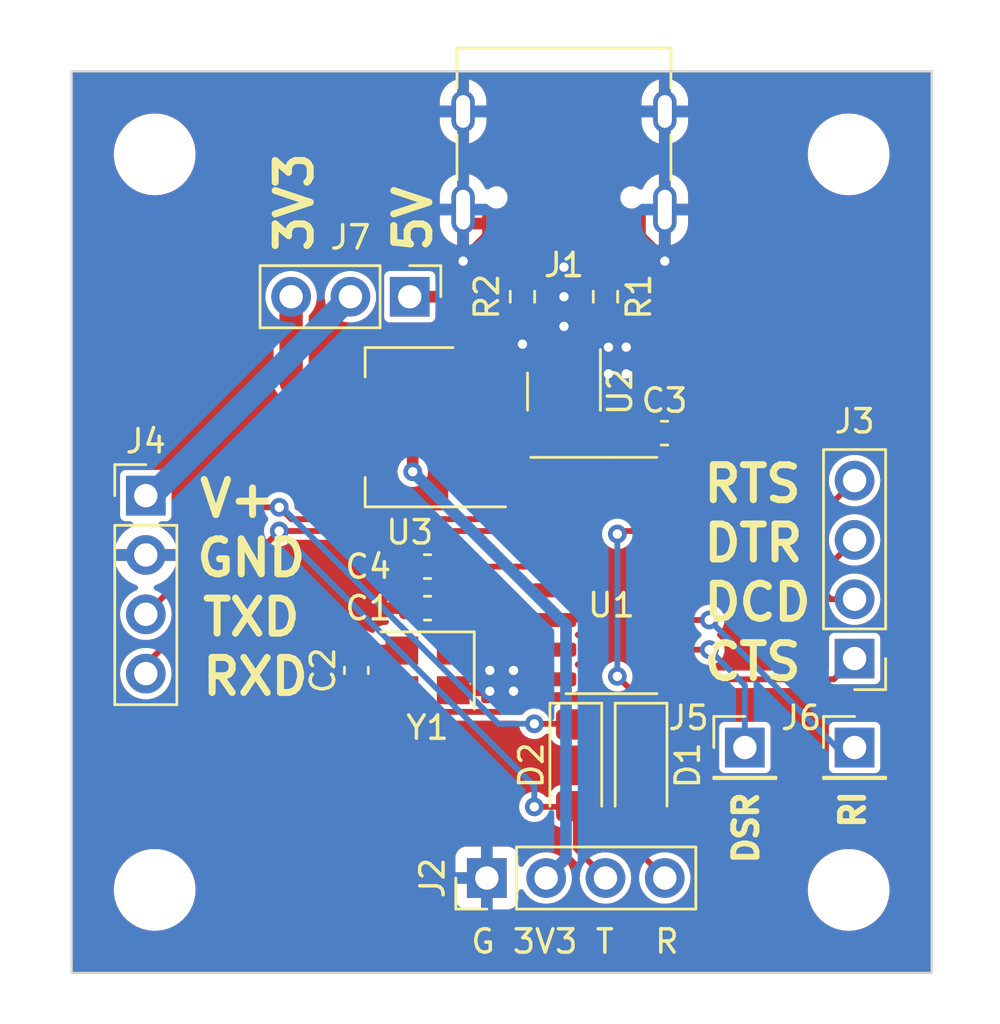
<source format=kicad_pcb>
(kicad_pcb (version 20221018) (generator pcbnew)
  (layers (0 "F.Cu" signal) (31 "B.Cu" signal) (34 "B.Paste" user) (35 "F.Paste" user) (36 "B.SilkS" user "B.Silkscreen") (37 "F.SilkS" user "F.Silkscreen") (38 "B.Mask" user) (39 "F.Mask" user) (44 "Edge.Cuts" user))
  (net 0 "")
  (net 1 "Net-(U1-XI)")
  (net 2 "GND")
  (net 3 "Net-(U1-XO)")
  (net 4 "+5V")
  (net 5 "Net-(U1-V3)")
  (net 6 "RTS")
  (net 7 "Net-(D1-A)")
  (net 8 "TXD")
  (net 9 "RXD")
  (net 10 "Net-(J1-CC1)")
  (net 12 "Net-(J1-CC2)")
  (net 14 "+3V3")
  (net 15 "CTS")
  (net 16 "DCD")
  (net 17 "DTR")
  (net 18 "VOUT")
  (net 19 "DSR")
  (net 20 "RI")
  (net 21 "USB_D+")
  (net 22 "USB_D-")
  (net 24 "Net-(J1-D+-PadA6)")
  (net 25 "Net-(J1-D--PadA7)")
  (footprint "Connector_USB:USB_C_Receptacle_G-Switch_GT-USB-7010ASV" (layer "F.Cu") (at 118.872 72.644 180)
    (fp_text reference "J1" (at 0 -5.5 180) (layer "F.SilkS"))
    (fp_text value "USB_C_Receptacle")
    (fp_line (start -4.58 -1.85) (end -4.58 0.07) (stroke (width 0.12)) (layer "F.SilkS"))
    (fp_line (start -4.58 3.785) (end -4.58 2.08) (stroke (width 0.12)) (layer "F.SilkS"))
    (fp_line (start 4.58 0.07) (end 4.58 -1.85) (stroke (width 0.12)) (layer "F.SilkS"))
    (fp_line (start 4.58 2.08) (end 4.58 3.785) (stroke (width 0.12)) (layer "F.SilkS"))
    (fp_line (start 4.58 3.785) (end -4.58 3.785) (stroke (width 0.12)) (layer "F.SilkS"))
    (pad "" np_thru_hole circle (at -2.89 -2.605 180) (size 0.65 0.65) (drill 0.65) (layers "*.Cu" "*.Mask"))
    (pad "" np_thru_hole circle (at 2.89 -2.605 180) (size 0.65 0.65) (drill 0.65) (layers "*.Cu" "*.Mask"))
    (pad "A1" smd rect (at -3.2 -3.725 180) (size 0.6 1.24) (layers "F.Cu" "F.Paste" "F.Mask") (net 2 "GND"))
    (pad "A4" smd rect (at -2.4 -3.725 180) (size 0.6 1.24) (layers "F.Cu" "F.Paste" "F.Mask") (net 4 "+5V"))
    (pad "A5" smd rect (at -1.25 -3.725 180) (size 0.3 1.24) (layers "F.Cu" "F.Paste" "F.Mask") (net 10 "Net-(J1-CC1)"))
    (pad "A6" smd rect (at -0.25 -3.725 180) (size 0.3 1.24) (layers "F.Cu" "F.Paste" "F.Mask") (net 24 "Net-(J1-D+-PadA6)"))
    (pad "A7" smd rect (at 0.25 -3.725 180) (size 0.3 1.24) (layers "F.Cu" "F.Paste" "F.Mask") (net 25 "Net-(J1-D--PadA7)"))
    (pad "A8" smd rect (at 1.25 -3.725 180) (size 0.3 1.24) (layers "F.Cu" "F.Paste" "F.Mask"))
    (pad "A9" smd rect (at 2.4 -3.725 180) (size 0.6 1.24) (layers "F.Cu" "F.Paste" "F.Mask") (net 4 "+5V"))
    (pad "A12" smd rect (at 3.2 -3.725 180) (size 0.6 1.24) (layers "F.Cu" "F.Paste" "F.Mask") (net 2 "GND"))
    (pad "B1" smd rect (at 3.2 -3.725 180) (size 0.6 1.24) (layers "F.Cu" "F.Paste" "F.Mask") (net 2 "GND"))
    (pad "B4" smd rect (at 2.4 -3.725 180) (size 0.6 1.24) (layers "F.Cu" "F.Paste" "F.Mask") (net 4 "+5V"))
    (pad "B5" smd rect (at 1.75 -3.725 180) (size 0.3 1.24) (layers "F.Cu" "F.Paste" "F.Mask") (net 12 "Net-(J1-CC2)"))
    (pad "B6" smd rect (at 0.75 -3.725 180) (size 0.3 1.24) (layers "F.Cu" "F.Paste" "F.Mask") (net 24 "Net-(J1-D+-PadA6)"))
    (pad "B7" smd rect (at -0.75 -3.725 180) (size 0.3 1.24) (layers "F.Cu" "F.Paste" "F.Mask") (net 25 "Net-(J1-D--PadA7)"))
    (pad "B8" smd rect (at -1.75 -3.725 180) (size 0.3 1.24) (layers "F.Cu" "F.Paste" "F.Mask"))
    (pad "B9" smd rect (at -2.4 -3.725 180) (size 0.6 1.24) (layers "F.Cu" "F.Paste" "F.Mask") (net 4 "+5V"))
    (pad "B12" smd rect (at -3.2 -3.725 180) (size 0.6 1.24) (layers "F.Cu" "F.Paste" "F.Mask") (net 2 "GND"))
    (pad "S1" thru_hole oval (at -4.32 -3.125 180) (size 1 2.1) (drill oval 0.6 1.7) (layers "*.Cu" "*.Mask") (net 2 "GND"))
    (pad "S1" thru_hole oval (at -4.32 1.075 180) (size 1 1.8) (drill oval 0.6 1.4) (layers "*.Cu" "*.Mask") (net 2 "GND"))
    (pad "S1" thru_hole oval (at 4.32 -3.125 180) (size 1 2.1) (drill oval 0.6 1.7) (layers "*.Cu" "*.Mask") (net 2 "GND"))
    (pad "S1" thru_hole oval (at 4.32 1.075 180) (size 1 1.8) (drill oval 0.6 1.4) (layers "*.Cu" "*.Mask") (net 2 "GND"))
  )
  (footprint "Diode_SMD:D_MiniMELF" (layer "F.Cu") (at 122.174 99.568 -90)
    (fp_text reference "D1" (at 0 -2 90) (layer "F.SilkS"))
    (fp_text value "LL4148")
    (fp_line (start -2.66 -1.11) (end -2.66 1.11) (stroke (width 0.12)) (layer "F.SilkS"))
    (fp_line (start -2.66 1.11) (end 1.75 1.11) (stroke (width 0.12)) (layer "F.SilkS"))
    (fp_line (start 1.75 -1.11) (end -2.66 -1.11) (stroke (width 0.12)) (layer "F.SilkS"))
    (pad "1" smd roundrect (at -1.75 0 270) (size 1.3 1.7) (layers "F.Cu" "F.Paste" "F.Mask") (roundrect_rratio 0.1923076923) (net 6 "RTS"))
    (pad "2" smd roundrect (at 1.75 0 270) (size 1.3 1.7) (layers "F.Cu" "F.Paste" "F.Mask") (roundrect_rratio 0.1923076923) (net 7 "Net-(D1-A)"))
  )
  (footprint "MountingHole:MountingHole_3.2mm_M3" (layer "F.Cu") (at 101.346 73.406)
    (fp_text reference "H1" hide)
    (fp_text value "MountingHole")
    (pad "" np_thru_hole circle (at 0 0) (size 3.2 3.2) (drill 3.2) (layers "*.Cu" "*.Mask"))
  )
  (footprint "Connector_PinHeader_2.54mm:PinHeader_1x04_P2.54mm_Vertical" (layer "F.Cu") (at 115.57 104.394 90)
    (fp_text reference "J2" (at 0 -2.33 90) (layer "F.SilkS"))
    (fp_text value "Conn_01x04_Pin")
    (fp_line (start -1.33 -1.33) (end 0 -1.33) (stroke (width 0.12)) (layer "F.SilkS"))
    (fp_line (start -1.33 0) (end -1.33 -1.33) (stroke (width 0.12)) (layer "F.SilkS"))
    (fp_line (start -1.33 1.27) (end -1.33 8.95) (stroke (width 0.12)) (layer "F.SilkS"))
    (fp_line (start -1.33 1.27) (end 1.33 1.27) (stroke (width 0.12)) (layer "F.SilkS"))
    (fp_line (start -1.33 8.95) (end 1.33 8.95) (stroke (width 0.12)) (layer "F.SilkS"))
    (fp_line (start 1.33 1.27) (end 1.33 8.95) (stroke (width 0.12)) (layer "F.SilkS"))
    (pad "1" thru_hole rect (at 0 0 90) (size 1.7 1.7) (drill 1) (layers "*.Cu" "*.Mask") (net 2 "GND"))
    (pad "2" thru_hole oval (at 0 2.54 90) (size 1.7 1.7) (drill 1) (layers "*.Cu" "*.Mask") (net 14 "+3V3"))
    (pad "3" thru_hole oval (at 0 5.08 90) (size 1.7 1.7) (drill 1) (layers "*.Cu" "*.Mask") (net 9 "RXD"))
    (pad "4" thru_hole oval (at 0 7.62 90) (size 1.7 1.7) (drill 1) (layers "*.Cu" "*.Mask") (net 7 "Net-(D1-A)"))
  )
  (footprint "Capacitor_SMD:C_0603_1608Metric" (layer "F.Cu") (at 113.03 92.837 180)
    (fp_text reference "C1" (at 2.54 0) (layer "F.SilkS"))
    (fp_text value "33p")
    (fp_line (start -0.14058 -0.51) (end 0.14058 -0.51) (stroke (width 0.12)) (layer "F.SilkS"))
    (fp_line (start -0.14058 0.51) (end 0.14058 0.51) (stroke (width 0.12)) (layer "F.SilkS"))
    (pad "1" smd roundrect (at -0.775 0 180) (size 0.9 0.95) (layers "F.Cu" "F.Paste" "F.Mask") (net 1 "Net-(U1-XI)"))
    (pad "2" smd roundrect (at 0.775 0 180) (size 0.9 0.95) (layers "F.Cu" "F.Paste" "F.Mask") (net 2 "GND"))
  )
  (footprint "MountingHole:MountingHole_3.2mm_M3" (layer "F.Cu") (at 131.064 73.406)
    (fp_text reference "H2" hide)
    (fp_text value "MountingHole")
    (pad "" np_thru_hole circle (at 0 0) (size 3.2 3.2) (drill 3.2) (layers "*.Cu" "*.Mask"))
  )
  (footprint "MountingHole:MountingHole_3.2mm_M3" (layer "F.Cu") (at 131.064 104.902)
    (fp_text reference "H4" hide)
    (fp_text value "MountingHole")
    (pad "" np_thru_hole circle (at 0 0) (size 3.2 3.2) (drill 3.2) (layers "*.Cu" "*.Mask"))
  )
  (footprint "Capacitor_SMD:C_0603_1608Metric" (layer "F.Cu") (at 123.177 85.344)
    (fp_text reference "C3" (at 0 -1.397) (layer "F.SilkS"))
    (fp_text value "0.1u")
    (fp_line (start -0.14058 -0.51) (end 0.14058 -0.51) (stroke (width 0.12)) (layer "F.SilkS"))
    (fp_line (start -0.14058 0.51) (end 0.14058 0.51) (stroke (width 0.12)) (layer "F.SilkS"))
    (pad "1" smd roundrect (at -0.775 0) (size 0.9 0.95) (layers "F.Cu" "F.Paste" "F.Mask") (net 4 "+5V"))
    (pad "2" smd roundrect (at 0.775 0) (size 0.9 0.95) (layers "F.Cu" "F.Paste" "F.Mask") (net 2 "GND"))
  )
  (footprint "Capacitor_SMD:C_0603_1608Metric" (layer "F.Cu") (at 113.03 91.059 180)
    (fp_text reference "C4" (at 2.54 0) (layer "F.SilkS"))
    (fp_text value "0.1u")
    (fp_line (start -0.14058 -0.51) (end 0.14058 -0.51) (stroke (width 0.12)) (layer "F.SilkS"))
    (fp_line (start -0.14058 0.51) (end 0.14058 0.51) (stroke (width 0.12)) (layer "F.SilkS"))
    (pad "1" smd roundrect (at -0.775 0 180) (size 0.9 0.95) (layers "F.Cu" "F.Paste" "F.Mask") (net 5 "Net-(U1-V3)"))
    (pad "2" smd roundrect (at 0.775 0 180) (size 0.9 0.95) (layers "F.Cu" "F.Paste" "F.Mask") (net 2 "GND"))
  )
  (footprint "Resistor_SMD:R_0603_1608Metric" (layer "F.Cu") (at 120.65 79.502 -90)
    (fp_text reference "R1" (at 0 -1.43 90) (layer "F.SilkS"))
    (fp_text value "5k1")
    (fp_line (start -0.237258 -0.5225) (end 0.237258 -0.5225) (stroke (width 0.12)) (layer "F.SilkS"))
    (fp_line (start -0.237258 0.5225) (end 0.237258 0.5225) (stroke (width 0.12)) (layer "F.SilkS"))
    (pad "1" smd roundrect (at -0.825 0 270) (size 0.8 0.95) (layers "F.Cu" "F.Paste" "F.Mask") (net 10 "Net-(J1-CC1)"))
    (pad "2" smd roundrect (at 0.825 0 270) (size 0.8 0.95) (layers "F.Cu" "F.Paste" "F.Mask") (net 2 "GND"))
  )
  (footprint "Connector_PinHeader_2.54mm:PinHeader_1x01_P2.54mm_Vertical" (layer "F.Cu") (at 131.318 98.806)
    (fp_text reference "J6" (at -2.286 -1.27) (layer "F.SilkS"))
    (fp_text value "Conn_01x01_Pin")
    (fp_line (start -1.33 -1.33) (end 0 -1.33) (stroke (width 0.12)) (layer "F.SilkS"))
    (fp_line (start -1.33 0) (end -1.33 -1.33) (stroke (width 0.12)) (layer "F.SilkS"))
    (fp_line (start -1.33 1.27) (end -1.33 1.33) (stroke (width 0.12)) (layer "F.SilkS"))
    (fp_line (start -1.33 1.27) (end 1.33 1.27) (stroke (width 0.12)) (layer "F.SilkS"))
    (fp_line (start -1.33 1.33) (end 1.33 1.33) (stroke (width 0.12)) (layer "F.SilkS"))
    (fp_line (start 1.33 1.27) (end 1.33 1.33) (stroke (width 0.12)) (layer "F.SilkS"))
    (pad "1" thru_hole rect (at 0 0) (size 1.7 1.7) (drill 1) (layers "*.Cu" "*.Mask") (net 20 "RI"))
  )
  (footprint "Connector_PinHeader_2.54mm:PinHeader_1x04_P2.54mm_Vertical" (layer "F.Cu") (at 131.318 94.996 180)
    (fp_text reference "J3" (at 0 10.16) (layer "F.SilkS"))
    (fp_text value "Conn_01x04_Pin")
    (fp_line (start -1.33 -1.33) (end 0 -1.33) (stroke (width 0.12)) (layer "F.SilkS"))
    (fp_line (start -1.33 0) (end -1.33 -1.33) (stroke (width 0.12)) (layer "F.SilkS"))
    (fp_line (start -1.33 1.27) (end -1.33 8.95) (stroke (width 0.12)) (layer "F.SilkS"))
    (fp_line (start -1.33 1.27) (end 1.33 1.27) (stroke (width 0.12)) (layer "F.SilkS"))
    (fp_line (start -1.33 8.95) (end 1.33 8.95) (stroke (width 0.12)) (layer "F.SilkS"))
    (fp_line (start 1.33 1.27) (end 1.33 8.95) (stroke (width 0.12)) (layer "F.SilkS"))
    (pad "1" thru_hole rect (at 0 0 180) (size 1.7 1.7) (drill 1) (layers "*.Cu" "*.Mask") (net 15 "CTS"))
    (pad "2" thru_hole oval (at 0 2.54 180) (size 1.7 1.7) (drill 1) (layers "*.Cu" "*.Mask") (net 16 "DCD"))
    (pad "3" thru_hole oval (at 0 5.08 180) (size 1.7 1.7) (drill 1) (layers "*.Cu" "*.Mask") (net 17 "DTR"))
    (pad "4" thru_hole oval (at 0 7.62 180) (size 1.7 1.7) (drill 1) (layers "*.Cu" "*.Mask") (net 6 "RTS"))
  )
  (footprint "Crystal:Crystal_SMD_3225-4Pin_3.2x2.5mm" (layer "F.Cu") (at 113.03 95.504 180)
    (fp_text reference "Y1" (at 0 -2.45) (layer "F.SilkS"))
    (fp_text value "12MHz")
    (fp_line (start -2 -1.65) (end -2 1.65) (stroke (width 0.12)) (layer "F.SilkS"))
    (fp_line (start -2 1.65) (end 2 1.65) (stroke (width 0.12)) (layer "F.SilkS"))
    (pad "1" smd rect (at -1.1 0.85 180) (size 1.4 1.2) (layers "F.Cu" "F.Paste" "F.Mask") (net 1 "Net-(U1-XI)"))
    (pad "2" smd rect (at 1.1 0.85 180) (size 1.4 1.2) (layers "F.Cu" "F.Paste" "F.Mask") (net 2 "GND"))
    (pad "3" smd rect (at 1.1 -0.85 180) (size 1.4 1.2) (layers "F.Cu" "F.Paste" "F.Mask") (net 3 "Net-(U1-XO)"))
    (pad "4" smd rect (at -1.1 -0.85 180) (size 1.4 1.2) (layers "F.Cu" "F.Paste" "F.Mask") (net 2 "GND"))
  )
  (footprint "Package_SO:SOIC-16_3.9x9.9mm_P1.27mm" (layer "F.Cu") (at 120.904 91.44)
    (fp_text reference "U1" (at 0 1.27) (layer "F.SilkS"))
    (fp_text value "CH340G")
    (fp_line (start 0 -5.06) (end -3.45 -5.06) (stroke (width 0.12)) (layer "F.SilkS"))
    (fp_line (start 0 -5.06) (end 1.95 -5.06) (stroke (width 0.12)) (layer "F.SilkS"))
    (fp_line (start 0 5.06) (end -1.95 5.06) (stroke (width 0.12)) (layer "F.SilkS"))
    (fp_line (start 0 5.06) (end 1.95 5.06) (stroke (width 0.12)) (layer "F.SilkS"))
    (pad "1" smd roundrect (at -2.475 -4.445) (size 1.95 0.6) (layers "F.Cu" "F.Paste" "F.Mask") (net 2 "GND"))
    (pad "2" smd roundrect (at -2.475 -3.175) (size 1.95 0.6) (layers "F.Cu" "F.Paste" "F.Mask") (net 8 "TXD"))
    (pad "3" smd roundrect (at -2.475 -1.905) (size 1.95 0.6) (layers "F.Cu" "F.Paste" "F.Mask") (net 9 "RXD"))
    (pad "4" smd roundrect (at -2.475 -0.635) (size 1.95 0.6) (layers "F.Cu" "F.Paste" "F.Mask") (net 5 "Net-(U1-V3)"))
    (pad "5" smd roundrect (at -2.475 0.635) (size 1.95 0.6) (layers "F.Cu" "F.Paste" "F.Mask") (net 21 "USB_D+"))
    (pad "6" smd roundrect (at -2.475 1.905) (size 1.95 0.6) (layers "F.Cu" "F.Paste" "F.Mask") (net 22 "USB_D-"))
    (pad "7" smd roundrect (at -2.475 3.175) (size 1.95 0.6) (layers "F.Cu" "F.Paste" "F.Mask") (net 1 "Net-(U1-XI)"))
    (pad "8" smd roundrect (at -2.475 4.445) (size 1.95 0.6) (layers "F.Cu" "F.Paste" "F.Mask") (net 3 "Net-(U1-XO)"))
    (pad "9" smd roundrect (at 2.475 4.445) (size 1.95 0.6) (layers "F.Cu" "F.Paste" "F.Mask") (net 15 "CTS"))
    (pad "10" smd roundrect (at 2.475 3.175) (size 1.95 0.6) (layers "F.Cu" "F.Paste" "F.Mask") (net 19 "DSR"))
    (pad "11" smd roundrect (at 2.475 1.905) (size 1.95 0.6) (layers "F.Cu" "F.Paste" "F.Mask") (net 20 "RI"))
    (pad "12" smd roundrect (at 2.475 0.635) (size 1.95 0.6) (layers "F.Cu" "F.Paste" "F.Mask") (net 16 "DCD"))
    (pad "13" smd roundrect (at 2.475 -0.635) (size 1.95 0.6) (layers "F.Cu" "F.Paste" "F.Mask") (net 17 "DTR"))
    (pad "14" smd roundrect (at 2.475 -1.905) (size 1.95 0.6) (layers "F.Cu" "F.Paste" "F.Mask") (net 6 "RTS"))
    (pad "15" smd roundrect (at 2.475 -3.175) (size 1.95 0.6) (layers "F.Cu" "F.Paste" "F.Mask"))
    (pad "16" smd roundrect (at 2.475 -4.445) (size 1.95 0.6) (layers "F.Cu" "F.Paste" "F.Mask") (net 4 "+5V"))
  )
  (footprint "Connector_PinHeader_2.54mm:PinHeader_1x03_P2.54mm_Vertical" (layer "F.Cu") (at 112.268 79.502 -90)
    (fp_text reference "J7" (at -2.54 2.54) (layer "F.SilkS"))
    (fp_text value "Conn_01x03_Pin")
    (fp_line (start -1.33 -1.33) (end 0 -1.33) (stroke (width 0.12)) (layer "F.SilkS"))
    (fp_line (start -1.33 0) (end -1.33 -1.33) (stroke (width 0.12)) (layer "F.SilkS"))
    (fp_line (start -1.33 1.27) (end -1.33 6.41) (stroke (width 0.12)) (layer "F.SilkS"))
    (fp_line (start -1.33 1.27) (end 1.33 1.27) (stroke (width 0.12)) (layer "F.SilkS"))
    (fp_line (start -1.33 6.41) (end 1.33 6.41) (stroke (width 0.12)) (layer "F.SilkS"))
    (fp_line (start 1.33 1.27) (end 1.33 6.41) (stroke (width 0.12)) (layer "F.SilkS"))
    (pad "1" thru_hole rect (at 0 0 270) (size 1.7 1.7) (drill 1) (layers "*.Cu" "*.Mask") (net 4 "+5V"))
    (pad "2" thru_hole oval (at 0 2.54 270) (size 1.7 1.7) (drill 1) (layers "*.Cu" "*.Mask") (net 18 "VOUT"))
    (pad "3" thru_hole oval (at 0 5.08 270) (size 1.7 1.7) (drill 1) (layers "*.Cu" "*.Mask") (net 14 "+3V3"))
  )
  (footprint "MountingHole:MountingHole_3.2mm_M3" (layer "F.Cu") (at 101.346 104.902)
    (fp_text reference "H3" hide)
    (fp_text value "MountingHole")
    (pad "" np_thru_hole circle (at 0 0) (size 3.2 3.2) (drill 3.2) (layers "*.Cu" "*.Mask"))
  )
  (footprint "Connector_PinHeader_2.54mm:PinHeader_1x04_P2.54mm_Vertical" (layer "F.Cu") (at 100.965 88.021)
    (fp_text reference "J4" (at 0 -2.33) (layer "F.SilkS"))
    (fp_text value "Conn_01x04_Pin")
    (fp_line (start -1.33 -1.33) (end 0 -1.33) (stroke (width 0.12)) (layer "F.SilkS"))
    (fp_line (start -1.33 0) (end -1.33 -1.33) (stroke (width 0.12)) (layer "F.SilkS"))
    (fp_line (start -1.33 1.27) (end -1.33 8.95) (stroke (width 0.12)) (layer "F.SilkS"))
    (fp_line (start -1.33 1.27) (end 1.33 1.27) (stroke (width 0.12)) (layer "F.SilkS"))
    (fp_line (start -1.33 8.95) (end 1.33 8.95) (stroke (width 0.12)) (layer "F.SilkS"))
    (fp_line (start 1.33 1.27) (end 1.33 8.95) (stroke (width 0.12)) (layer "F.SilkS"))
    (pad "1" thru_hole rect (at 0 0) (size 1.7 1.7) (drill 1) (layers "*.Cu" "*.Mask") (net 18 "VOUT"))
    (pad "2" thru_hole oval (at 0 2.54) (size 1.7 1.7) (drill 1) (layers "*.Cu" "*.Mask") (net 2 "GND"))
    (pad "3" thru_hole oval (at 0 5.08) (size 1.7 1.7) (drill 1) (layers "*.Cu" "*.Mask") (net 8 "TXD"))
    (pad "4" thru_hole oval (at 0 7.62) (size 1.7 1.7) (drill 1) (layers "*.Cu" "*.Mask") (net 9 "RXD"))
  )
  (footprint "Diode_SMD:D_MiniMELF" (layer "F.Cu") (at 119.38 99.568 -90)
    (fp_text reference "D2" (at 0 1.905 90) (layer "F.SilkS"))
    (fp_text value "LL4148")
    (fp_line (start -2.66 -1.11) (end -2.66 1.11) (stroke (width 0.12)) (layer "F.SilkS"))
    (fp_line (start -2.66 1.11) (end 1.75 1.11) (stroke (width 0.12)) (layer "F.SilkS"))
    (fp_line (start 1.75 -1.11) (end -2.66 -1.11) (stroke (width 0.12)) (layer "F.SilkS"))
    (pad "1" smd roundrect (at -1.75 0 270) (size 1.3 1.7) (layers "F.Cu" "F.Paste" "F.Mask") (roundrect_rratio 0.1923076923) (net 8 "TXD"))
    (pad "2" smd roundrect (at 1.75 0 270) (size 1.3 1.7) (layers "F.Cu" "F.Paste" "F.Mask") (roundrect_rratio 0.1923076923) (net 9 "RXD"))
  )
  (footprint "Capacitor_SMD:C_0603_1608Metric" (layer "F.Cu") (at 109.982 95.504 90)
    (fp_text reference "C2" (at 0 -1.43 90) (layer "F.SilkS"))
    (fp_text value "33p")
    (fp_line (start -0.14058 -0.51) (end 0.14058 -0.51) (stroke (width 0.12)) (layer "F.SilkS"))
    (fp_line (start -0.14058 0.51) (end 0.14058 0.51) (stroke (width 0.12)) (layer "F.SilkS"))
    (pad "1" smd roundrect (at -0.775 0 90) (size 0.9 0.95) (layers "F.Cu" "F.Paste" "F.Mask") (net 3 "Net-(U1-XO)"))
    (pad "2" smd roundrect (at 0.775 0 90) (size 0.9 0.95) (layers "F.Cu" "F.Paste" "F.Mask") (net 2 "GND"))
  )
  (footprint "Resistor_SMD:R_0603_1608Metric" (layer "F.Cu") (at 117.094 79.502 -90)
    (fp_text reference "R2" (at 0 1.524 90) (layer "F.SilkS"))
    (fp_text value "5k1")
    (fp_line (start -0.237258 -0.5225) (end 0.237258 -0.5225) (stroke (width 0.12)) (layer "F.SilkS"))
    (fp_line (start -0.237258 0.5225) (end 0.237258 0.5225) (stroke (width 0.12)) (layer "F.SilkS"))
    (pad "1" smd roundrect (at -0.825 0 270) (size 0.8 0.95) (layers "F.Cu" "F.Paste" "F.Mask") (net 12 "Net-(J1-CC2)"))
    (pad "2" smd roundrect (at 0.825 0 270) (size 0.8 0.95) (layers "F.Cu" "F.Paste" "F.Mask") (net 2 "GND"))
  )
  (footprint "Connector_PinHeader_2.54mm:PinHeader_1x01_P2.54mm_Vertical" (layer "F.Cu") (at 126.619 98.806)
    (fp_text reference "J5" (at -2.413 -1.27) (layer "F.SilkS"))
    (fp_text value "Conn_01x01_Pin")
    (fp_line (start -1.33 -1.33) (end 0 -1.33) (stroke (width 0.12)) (layer "F.SilkS"))
    (fp_line (start -1.33 0) (end -1.33 -1.33) (stroke (width 0.12)) (layer "F.SilkS"))
    (fp_line (start -1.33 1.27) (end -1.33 1.33) (stroke (width 0.12)) (layer "F.SilkS"))
    (fp_line (start -1.33 1.27) (end 1.33 1.27) (stroke (width 0.12)) (layer "F.SilkS"))
    (fp_line (start -1.33 1.33) (end 1.33 1.33) (stroke (width 0.12)) (layer "F.SilkS"))
    (fp_line (start 1.33 1.27) (end 1.33 1.33) (stroke (width 0.12)) (layer "F.SilkS"))
    (pad "1" thru_hole rect (at 0 0) (size 1.7 1.7) (drill 1) (layers "*.Cu" "*.Mask") (net 19 "DSR"))
  )
  (footprint "Package_TO_SOT_SMD:SOT-23-6" (layer "F.Cu") (at 118.872 83.566 -90)
    (fp_text reference "U2" (at 0 -2.4 90) (layer "F.SilkS"))
    (fp_text value "USBLC6-2SC6")
    (fp_line (start 0 -1.56) (end -1.8 -1.56) (stroke (width 0.12)) (layer "F.SilkS"))
    (fp_line (start 0 -1.56) (end 0.8 -1.56) (stroke (width 0.12)) (layer "F.SilkS"))
    (fp_line (start 0 1.56) (end -0.8 1.56) (stroke (width 0.12)) (layer "F.SilkS"))
    (fp_line (start 0 1.56) (end 0.8 1.56) (stroke (width 0.12)) (layer "F.SilkS"))
    (pad "1" smd roundrect (at -1.1375 -0.95 270) (size 1.325 0.6) (layers "F.Cu" "F.Paste" "F.Mask") (net 25 "Net-(J1-D--PadA7)"))
    (pad "2" smd roundrect (at -1.1375 0 270) (size 1.325 0.6) (layers "F.Cu" "F.Paste" "F.Mask") (net 2 "GND"))
    (pad "3" smd roundrect (at -1.1375 0.95 270) (size 1.325 0.6) (layers "F.Cu" "F.Paste" "F.Mask") (net 24 "Net-(J1-D+-PadA6)"))
    (pad "4" smd roundrect (at 1.1375 0.95 270) (size 1.325 0.6) (layers "F.Cu" "F.Paste" "F.Mask") (net 21 "USB_D+"))
    (pad "5" smd roundrect (at 1.1375 0 270) (size 1.325 0.6) (layers "F.Cu" "F.Paste" "F.Mask") (net 4 "+5V"))
    (pad "6" smd roundrect (at 1.1375 -0.95 270) (size 1.325 0.6) (layers "F.Cu" "F.Paste" "F.Mask") (net 22 "USB_D-"))
  )
  (footprint "Package_TO_SOT_SMD:SOT-223-3_TabPin2" (layer "F.Cu") (at 112.268 85.09 180)
    (fp_text reference "U3" (at 0 -4.5) (layer "F.SilkS"))
    (fp_text value "AMS1117-3.3")
    (fp_line (start -4.1 -3.41) (end 1.91 -3.41) (stroke (width 0.12)) (layer "F.SilkS"))
    (fp_line (start -1.85 3.41) (end 1.91 3.41) (stroke (width 0.12)) (layer "F.SilkS"))
    (fp_line (start 1.91 -3.41) (end 1.91 -2.15) (stroke (width 0.12)) (layer "F.SilkS"))
    (fp_line (start 1.91 3.41) (end 1.91 2.15) (stroke (width 0.12)) (layer "F.SilkS"))
    (pad "1" smd rect (at -3.15 -2.3 180) (size 2 1.5) (layers "F.Cu" "F.Paste" "F.Mask") (net 2 "GND"))
    (pad "2" smd rect (at -3.15 0 180) (size 2 1.5) (layers "F.Cu" "F.Paste" "F.Mask") (net 14 "+3V3"))
    (pad "2" smd rect (at 3.15 0 180) (size 2 3.8) (layers "F.Cu" "F.Paste" "F.Mask") (net 14 "+3V3"))
    (pad "3" smd rect (at -3.15 2.3 180) (size 2 1.5) (layers "F.Cu" "F.Paste" "F.Mask") (net 4 "+5V"))
  )
  (gr_line (start 97.79 108.458) (end 134.62 108.458) (stroke (width 0.1)) (layer "Edge.Cuts"))
  (gr_line (start 97.79 107.95) (end 97.79 108.458) (stroke (width 0.1)) (layer "Edge.Cuts"))
  (gr_line (start 134.62 107.95) (end 134.62 108.458) (stroke (width 0.1)) (layer "Edge.Cuts"))
  (gr_line (start 134.62 107.95) (end 134.62 69.85) (stroke (width 0.1)) (layer "Edge.Cuts"))
  (gr_line (start 134.62 69.85) (end 97.79 69.85) (stroke (width 0.1)) (layer "Edge.Cuts"))
  (gr_line (start 97.79 69.85) (end 97.79 107.95) (stroke (width 0.1)) (layer "Edge.Cuts"))
  (gr_text "5V" (at 113.284 77.724 90) (layer "F.SilkS") (effects (font (size 1.5 1.5) (thickness 0.3) bold) (justify left bottom)))
  (gr_text "RTS" (at 124.714 88.392) (layer "F.SilkS") (effects (font (size 1.5 1.5) (thickness 0.3) bold) (justify left bottom)))
  (gr_text "3V3" (at 108.204 77.724 90) (layer "F.SilkS") (effects (font (size 1.5 1.5) (thickness 0.3) bold) (justify left bottom)))
  (gr_text "DCD" (at 124.714 93.472) (layer "F.SilkS") (effects (font (size 1.5 1.5) (thickness 0.3) bold) (justify left bottom)))
  (gr_text "DSR" (at 127.254 103.886 90) (layer "F.SilkS") (effects (font (size 1 1) (thickness 0.25) bold) (justify left bottom)))
  (gr_text "T" (at 120.142 107.696) (layer "F.SilkS") (effects (font (size 1 1)) (justify left bottom)))
  (gr_text "CTS" (at 124.714 96.012) (layer "F.SilkS") (effects (font (size 1.5 1.5) (thickness 0.3) bold) (justify left bottom)))
  (gr_text "G" (at 114.808 107.696) (layer "F.SilkS") (effects (font (size 1 1)) (justify left bottom)))
  (gr_text "GND" (at 102.997 91.567) (layer "F.SilkS") (effects (font (size 1.5 1.5) (thickness 0.3) bold) (justify left bottom)))
  (gr_text "DTR" (at 124.714 90.932) (layer "F.SilkS") (effects (font (size 1.5 1.5) (thickness 0.3) bold) (justify left bottom)))
  (gr_text "TXD" (at 103.251 94.107) (layer "F.SilkS") (effects (font (size 1.5 1.5) (thickness 0.3) bold) (justify left bottom)))
  (gr_text "V+" (at 103.124 89.027) (layer "F.SilkS") (effects (font (size 1.5 1.5) (thickness 0.3) bold) (justify left bottom)))
  (gr_text "RXD" (at 103.251 96.647) (layer "F.SilkS") (effects (font (size 1.5 1.5) (thickness 0.3) bold) (justify left bottom)))
  (gr_text "RI" (at 131.826 102.362 90) (layer "F.SilkS") (effects (font (size 1 1) (thickness 0.25) bold) (justify left bottom)))
  (gr_text "R" (at 122.682 107.696) (layer "F.SilkS") (effects (font (size 1 1)) (justify left bottom)))
  (gr_text "3V3" (at 116.586 107.696) (layer "F.SilkS") (effects (font (size 1 1)) (justify left bottom)))
  (segment (start 113.805 94.329) (end 114.13 94.654) (width 0.25) (layer "F.Cu") (net 1))
  (segment (start 118.39 94.654) (end 118.429 94.615) (width 0.25) (layer "F.Cu") (net 1))
  (segment (start 114.13 94.654) (end 118.39 94.654) (width 0.25) (layer "F.Cu") (net 1))
  (segment (start 113.805 92.837) (end 113.805 94.329) (width 0.25) (layer "F.Cu") (net 1))
  (segment (start 122.072 76.369) (end 122.072 76.86) (width 0.25) (layer "F.Cu") (net 2))
  (segment (start 118.429 86.995) (end 118.034 87.39) (width 0.25) (layer "F.Cu") (net 2))
  (segment (start 118.034 87.39) (end 115.418 87.39) (width 0.25) (layer "F.Cu") (net 2))
  (segment (start 115.672 76.86) (end 114.554 77.978) (width 0.5) (layer "F.Cu") (net 2))
  (segment (start 115.672 76.369) (end 115.672 76.86) (width 0.25) (layer "F.Cu") (net 2))
  (segment (start 118.872 82.4285) (end 118.872 80.772) (width 0.5) (layer "F.Cu") (net 2))
  (segment (start 122.072 76.86) (end 123.19 77.978) (width 0.5) (layer "F.Cu") (net 2))
  (via (at 116.713 95.504) (size 0.8) (drill 0.4) (layers "F.Cu" "B.Cu") (net 2))
  (via (at 115.697 96.393) (size 0.8) (drill 0.4) (layers "F.Cu" "B.Cu") (net 2))
  (via (at 118.872 80.772) (size 0.8) (drill 0.4) (layers "F.Cu" "B.Cu") (net 2))
  (via (at 114.554 77.978) (size 0.8) (drill 0.4) (layers "F.Cu" "B.Cu") (net 2))
  (via (at 120.777 82.804) (size 0.8) (drill 0.4) (layers "F.Cu" "B.Cu") (net 2))
  (via (at 115.697 95.504) (size 0.8) (drill 0.4) (layers "F.Cu" "B.Cu") (net 2))
  (via (at 118.872 78.232) (size 0.8) (drill 0.4) (layers "F.Cu" "B.Cu") (net 2))
  (via (at 123.19 77.978) (size 0.8) (drill 0.4) (layers "F.Cu" "B.Cu") (net 2))
  (via (at 120.777 81.661) (size 0.8) (drill 0.4) (layers "F.Cu" "B.Cu") (net 2))
  (via (at 121.539 81.661) (size 0.8) (drill 0.4) (layers "F.Cu" "B.Cu") (net 2))
  (via (at 121.539 82.804) (size 0.8) (drill 0.4) (layers "F.Cu" "B.Cu") (net 2))
  (via (at 117.094 81.534) (size 0.8) (drill 0.4) (layers "F.Cu" "B.Cu") (net 2))
  (via (at 118.872 79.502) (size 0.8) (drill 0.4) (layers "F.Cu" "B.Cu") (net 2))
  (via (at 116.713 96.393) (size 0.8) (drill 0.4) (layers "F.Cu" "B.Cu") (net 2))
  (segment (start 118.429 95.885) (end 117.035 97.279) (width 0.25) (layer "F.Cu") (net 3))
  (segment (start 112.855 97.279) (end 111.93 96.354) (width 0.25) (layer "F.Cu") (net 3))
  (segment (start 117.035 97.279) (end 112.855 97.279) (width 0.25) (layer "F.Cu") (net 3))
  (segment (start 111.93 96.354) (end 110.057 96.354) (width 0.25) (layer "F.Cu") (net 3))
  (segment (start 110.057 96.354) (end 109.982 96.279) (width 0.25) (layer "F.Cu") (net 3))
  (segment (start 115.418 79.502) (end 115.418 82.79) (width 0.5) (layer "F.Cu") (net 4))
  (segment (start 112.268 79.502) (end 115.418 79.502) (width 0.5) (layer "F.Cu") (net 4))
  (segment (start 122.402 86.018) (end 123.379 86.995) (width 0.25) (layer "F.Cu") (net 4))
  (segment (start 118.872 84.319249) (end 118.118751 83.566) (width 0.25) (layer "F.Cu") (net 4))
  (segment (start 121.272 76.369) (end 121.272 77.239) (width 0.5) (layer "F.Cu") (net 4))
  (segment (start 115.418 78.384) (end 115.418 79.502) (width 0.5) (layer "F.Cu") (net 4))
  (segment (start 122.402 78.369) (end 122.402 83.566) (width 0.5) (layer "F.Cu") (net 4))
  (segment (start 118.872 84.319249) (end 119.625249 83.566) (width 0.25) (layer "F.Cu") (net 4))
  (segment (start 122.402 83.566) (end 122.402 85.344) (width 0.5) (layer "F.Cu") (net 4))
  (segment (start 116.472 76.369) (end 116.472 77.33) (width 0.5) (layer "F.Cu") (net 4))
  (segment (start 119.625249 83.566) (end 122.402 83.566) (width 0.25) (layer "F.Cu") (net 4))
  (segment (start 116.194 83.566) (end 115.418 82.79) (width 0.25) (layer "F.Cu") (net 4))
  (segment (start 122.402 85.344) (end 122.402 86.018) (width 0.25) (layer "F.Cu") (net 4))
  (segment (start 118.118751 83.566) (end 116.194 83.566) (width 0.25) (layer "F.Cu") (net 4))
  (segment (start 118.872 84.7035) (end 118.872 84.319249) (width 0.25) (layer "F.Cu") (net 4))
  (segment (start 116.472 77.33) (end 115.418 78.384) (width 0.5) (layer "F.Cu") (net 4))
  (segment (start 121.272 77.239) (end 122.402 78.369) (width 0.5) (layer "F.Cu") (net 4))
  (segment (start 113.805 91.059) (end 118.175 91.059) (width 0.25) (layer "F.Cu") (net 5))
  (segment (start 118.175 91.059) (end 118.429 90.805) (width 0.25) (layer "F.Cu") (net 5))
  (segment (start 121.158 95.758) (end 122.174 96.774) (width 0.25) (layer "F.Cu") (net 6))
  (segment (start 129.159 89.535) (end 131.318 87.376) (width 0.25) (layer "F.Cu") (net 6))
  (segment (start 121.285 89.535) (end 123.379 89.535) (width 0.25) (layer "F.Cu") (net 6))
  (segment (start 122.174 96.774) (end 122.174 97.818) (width 0.25) (layer "F.Cu") (net 6))
  (segment (start 123.379 89.535) (end 129.159 89.535) (width 0.25) (layer "F.Cu") (net 6))
  (segment (start 121.158 89.662) (end 121.285 89.535) (width 0.25) (layer "F.Cu") (net 6))
  (via (at 121.158 89.662) (size 0.8) (drill 0.4) (layers "F.Cu" "B.Cu") (net 6))
  (via (at 121.158 95.758) (size 0.8) (drill 0.4) (layers "F.Cu" "B.Cu") (net 6))
  (segment (start 121.158 95.758) (end 121.158 89.662) (width 0.25) (layer "B.Cu") (net 6))
  (segment (start 122.174 101.318) (end 122.174 103.378) (width 0.25) (layer "F.Cu") (net 7))
  (segment (start 122.174 103.378) (end 123.19 104.394) (width 0.25) (layer "F.Cu") (net 7))
  (segment (start 117.602 97.79) (end 119.352 97.79) (width 0.25) (layer "F.Cu") (net 8))
  (segment (start 119.352 97.79) (end 119.38 97.818) (width 0.25) (layer "F.Cu") (net 8))
  (segment (start 106.689305 88.519) (end 106.68 88.519) (width 0.25) (layer "F.Cu") (net 8))
  (segment (start 107.197805 89.0275) (end 106.689305 88.519) (width 0.25) (layer "F.Cu") (net 8))
  (segment (start 106.68 88.519) (end 105.547 88.519) (width 0.25) (layer "F.Cu") (net 8))
  (segment (start 105.547 88.519) (end 100.965 93.101) (width 0.25) (layer "F.Cu") (net 8))
  (segment (start 118.429 88.265) (end 117.534712 88.265) (width 0.25) (layer "F.Cu") (net 8))
  (segment (start 117.534712 88.265) (end 116.772212 89.0275) (width 0.25) (layer "F.Cu") (net 8))
  (segment (start 116.772212 89.0275) (end 107.197805 89.0275) (width 0.25) (layer "F.Cu") (net 8))
  (via (at 117.602 97.79) (size 0.8) (drill 0.4) (layers "F.Cu" "B.Cu") (net 8))
  (via (at 106.68 88.519) (size 0.8) (drill 0.4) (layers "F.Cu" "B.Cu") (net 8))
  (segment (start 106.797695 88.519) (end 106.68 88.519) (width 0.25) (layer "B.Cu") (net 8))
  (segment (start 117.602 97.79) (end 116.068695 97.79) (width 0.25) (layer "B.Cu") (net 8))
  (segment (start 116.068695 97.79) (end 106.797695 88.519) (width 0.25) (layer "B.Cu") (net 8))
  (segment (start 100.965 95.25) (end 106.68 89.535) (width 0.25) (layer "F.Cu") (net 9))
  (segment (start 119.38 103.124) (end 120.65 104.394) (width 0.25) (layer "F.Cu") (net 9))
  (segment (start 119.352 101.346) (end 119.38 101.318) (width 0.25) (layer "F.Cu") (net 9))
  (segment (start 119.38 101.318) (end 119.38 103.124) (width 0.25) (layer "F.Cu") (net 9))
  (segment (start 117.602 101.346) (end 119.352 101.346) (width 0.25) (layer "F.Cu") (net 9))
  (segment (start 100.965 95.641) (end 100.965 95.25) (width 0.25) (layer "F.Cu") (net 9))
  (segment (start 106.68 89.535) (end 118.429 89.535) (width 0.25) (layer "F.Cu") (net 9))
  (via (at 106.68 89.535) (size 0.8) (drill 0.4) (layers "F.Cu" "B.Cu") (net 9))
  (via (at 117.602 101.346) (size 0.8) (drill 0.4) (layers "F.Cu" "B.Cu") (net 9))
  (segment (start 117.602 100.457) (end 106.68 89.535) (width 0.25) (layer "B.Cu") (net 9))
  (segment (start 117.602 101.346) (end 117.602 100.457) (width 0.25) (layer "B.Cu") (net 9))
  (segment (start 120.122 78.149) (end 120.65 78.677) (width 0.25) (layer "F.Cu") (net 10))
  (segment (start 120.122 76.369) (end 120.122 78.149) (width 0.25) (layer "F.Cu") (net 10))
  (segment (start 117.122 78.649) (end 117.094 78.677) (width 0.25) (layer "F.Cu") (net 12))
  (segment (start 117.122 76.369) (end 117.122 78.649) (width 0.25) (layer "F.Cu") (net 12))
  (segment (start 112.395 85.09) (end 112.395 86.995) (width 0.5) (layer "F.Cu") (net 14))
  (segment (start 112.395 85.09) (end 109.118 85.09) (width 1) (layer "F.Cu") (net 14))
  (segment (start 107.188 79.502) (end 107.188 83.16) (width 1) (layer "F.Cu") (net 14))
  (segment (start 107.188 83.16) (end 109.118 85.09) (width 1) (layer "F.Cu") (net 14))
  (segment (start 115.418 85.09) (end 112.395 85.09) (width 1) (layer "F.Cu") (net 14))
  (via (at 112.395 86.995) (size 0.8) (drill 0.4) (layers "F.Cu" "B.Cu") (net 14))
  (segment (start 118.96 103.544) (end 118.96 93.56) (width 0.5) (layer "B.Cu") (net 14))
  (segment (start 118.96 93.56) (end 112.395 86.995) (width 0.5) (layer "B.Cu") (net 14))
  (segment (start 118.11 104.394) (end 118.96 103.544) (width 0.5) (layer "B.Cu") (net 14))
  (segment (start 130.429 95.885) (end 131.318 94.996) (width 0.25) (layer "F.Cu") (net 15))
  (segment (start 123.379 95.885) (end 130.429 95.885) (width 0.25) (layer "F.Cu") (net 15))
  (segment (start 123.379 92.075) (end 129.921 92.075) (width 0.25) (layer "F.Cu") (net 16))
  (segment (start 129.921 92.075) (end 130.302 92.456) (width 0.25) (layer "F.Cu") (net 16))
  (segment (start 130.302 92.456) (end 131.318 92.456) (width 0.25) (layer "F.Cu") (net 16))
  (segment (start 123.379 90.805) (end 130.429 90.805) (width 0.25) (layer "F.Cu") (net 17))
  (segment (start 130.429 90.805) (end 131.318 89.916) (width 0.25) (layer "F.Cu") (net 17))
  (segment (start 101.209 88.021) (end 100.965 88.021) (width 0.25) (layer "B.Cu") (net 18))
  (segment (start 109.728 79.502) (end 101.209 88.021) (width 1) (layer "B.Cu") (net 18))
  (segment (start 123.379 94.615) (end 125.095 94.615) (width 0.25) (layer "F.Cu") (net 19))
  (via (at 125.095 94.615) (size 0.8) (drill 0.4) (layers "F.Cu" "B.Cu") (net 19))
  (segment (start 125.095 94.615) (end 126.619 96.139) (width 0.25) (layer "B.Cu") (net 19))
  (segment (start 126.619 96.139) (end 126.619 98.806) (width 0.25) (layer "B.Cu") (net 19))
  (segment (start 123.379 93.345) (end 125.095 93.345) (width 0.25) (layer "F.Cu") (net 20))
  (via (at 125.095 93.345) (size 0.8) (drill 0.4) (layers "F.Cu" "B.Cu") (net 20))
  (segment (start 130.556 98.806) (end 131.318 98.806) (width 0.25) (layer "B.Cu") (net 20))
  (segment (start 125.095 93.345) (end 130.556 98.806) (width 0.25) (layer "B.Cu") (net 20))
  (segment (start 119.704 86.176) (end 119.704 91.878) (width 0.2) (layer "F.Cu") (net 21))
  (segment (start 119.634 86.106) (end 119.704 86.176) (width 0.2) (layer "F.Cu") (net 21))
  (segment (start 117.922 84.7035) (end 117.922 85.052396) (width 0.2) (layer "F.Cu") (net 21))
  (segment (start 119.704 91.878) (end 119.507 92.075) (width 0.2) (layer "F.Cu") (net 21))
  (segment (start 119.507 92.075) (end 118.429 92.075) (width 0.2) (layer "F.Cu") (net 21))
  (segment (start 118.975604 86.106) (end 119.634 86.106) (width 0.2) (layer "F.Cu") (net 21))
  (segment (start 117.922 85.052396) (end 118.975604 86.106) (width 0.2) (layer "F.Cu") (net 21))
  (segment (start 119.822 84.7035) (end 120.104 84.9855) (width 0.2) (layer "F.Cu") (net 22))
  (segment (start 120.104 84.9855) (end 120.104 92.748) (width 0.2) (layer "F.Cu") (net 22))
  (segment (start 120.104 92.748) (end 119.507 93.345) (width 0.2) (layer "F.Cu") (net 22))
  (segment (start 119.507 93.345) (end 118.429 93.345) (width 0.2) (layer "F.Cu") (net 22))
  (segment (start 118.122 82.2285) (end 117.922 82.4285) (width 0.25) (layer "F.Cu") (net 24))
  (segment (start 119.122 75.449) (end 119.122 76.369) (width 0.25) (layer "F.Cu") (net 24))
  (segment (start 119.097 75.424) (end 119.122 75.449) (width 0.25) (layer "F.Cu") (net 24))
  (segment (start 118.122 76.369) (end 118.122 82.2285) (width 0.25) (layer "F.Cu") (net 24))
  (segment (start 118.122 76.369) (end 118.122 75.449) (width 0.25) (layer "F.Cu") (net 24))
  (segment (start 118.147 75.424) (end 119.097 75.424) (width 0.25) (layer "F.Cu") (net 24))
  (segment (start 118.122 75.449) (end 118.147 75.424) (width 0.25) (layer "F.Cu") (net 24))
  (segment (start 119.597 77.314) (end 119.622 77.289) (width 0.25) (layer "F.Cu") (net 25))
  (segment (start 118.622 76.369) (end 118.622 77.289) (width 0.25) (layer "F.Cu") (net 25))
  (segment (start 118.647 77.314) (end 119.597 77.314) (width 0.25) (layer "F.Cu") (net 25))
  (segment (start 118.622 77.289) (end 118.647 77.314) (width 0.25) (layer "F.Cu") (net 25))
  (segment (start 119.622 76.369) (end 119.622 82.2285) (width 0.25) (layer "F.Cu") (net 25))
  (segment (start 119.622 77.289) (end 119.622 76.369) (width 0.25) (layer "F.Cu") (net 25))
  (segment (start 119.622 82.2285) (end 119.822 82.4285) (width 0.25) (layer "F.Cu") (net 25))
  (zone (net 2) (net_name "GND") (layer "F.Cu") (connect_pads (clearance 0.25)) (min_thickness 0.25) (fill yes (thermal_gap 0.5) (thermal_bridge_width 0.5))
    (polygon (pts (xy 135.89 68.58) (xy 96.52 68.58) (xy 96.52 109.22) (xy 135.89 109.22)))
  )
  (zone (net 2) (net_name "GND") (layer "B.Cu") (priority 1) (connect_pads (clearance 0.25)) (min_thickness 0.25) (fill yes (thermal_gap 0.5) (thermal_bridge_width 0.5))
    (polygon (pts (xy 135.89 68.58) (xy 96.52 68.58) (xy 96.52 109.22) (xy 135.89 109.22)))
  )
)
</source>
